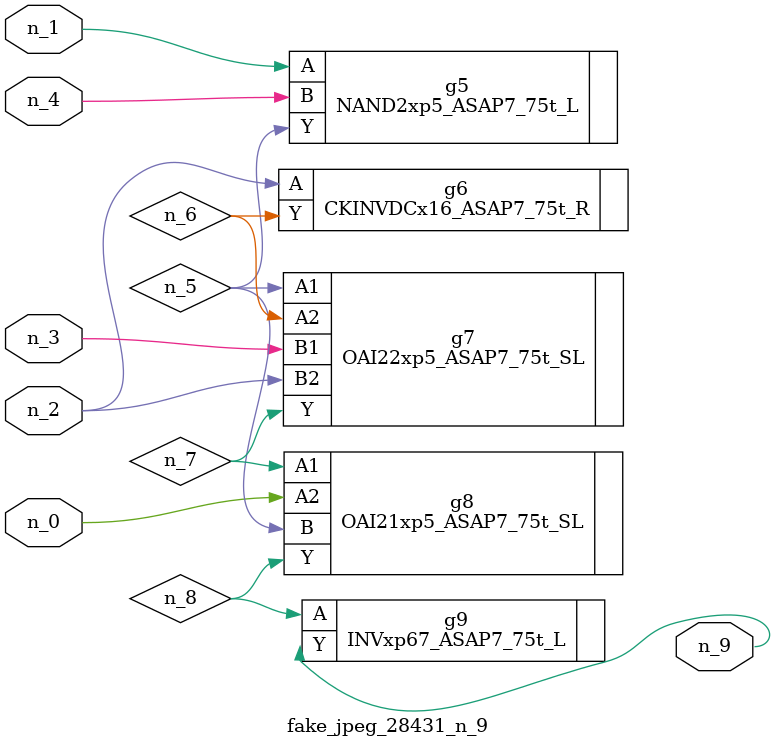
<source format=v>
module fake_jpeg_28431_n_9 (n_3, n_2, n_1, n_0, n_4, n_9);

input n_3;
input n_2;
input n_1;
input n_0;
input n_4;

output n_9;

wire n_8;
wire n_6;
wire n_5;
wire n_7;

NAND2xp5_ASAP7_75t_L g5 ( 
.A(n_1),
.B(n_4),
.Y(n_5)
);

CKINVDCx16_ASAP7_75t_R g6 ( 
.A(n_2),
.Y(n_6)
);

OAI22xp5_ASAP7_75t_SL g7 ( 
.A1(n_5),
.A2(n_6),
.B1(n_3),
.B2(n_2),
.Y(n_7)
);

OAI21xp5_ASAP7_75t_SL g8 ( 
.A1(n_7),
.A2(n_0),
.B(n_5),
.Y(n_8)
);

INVxp67_ASAP7_75t_L g9 ( 
.A(n_8),
.Y(n_9)
);


endmodule
</source>
